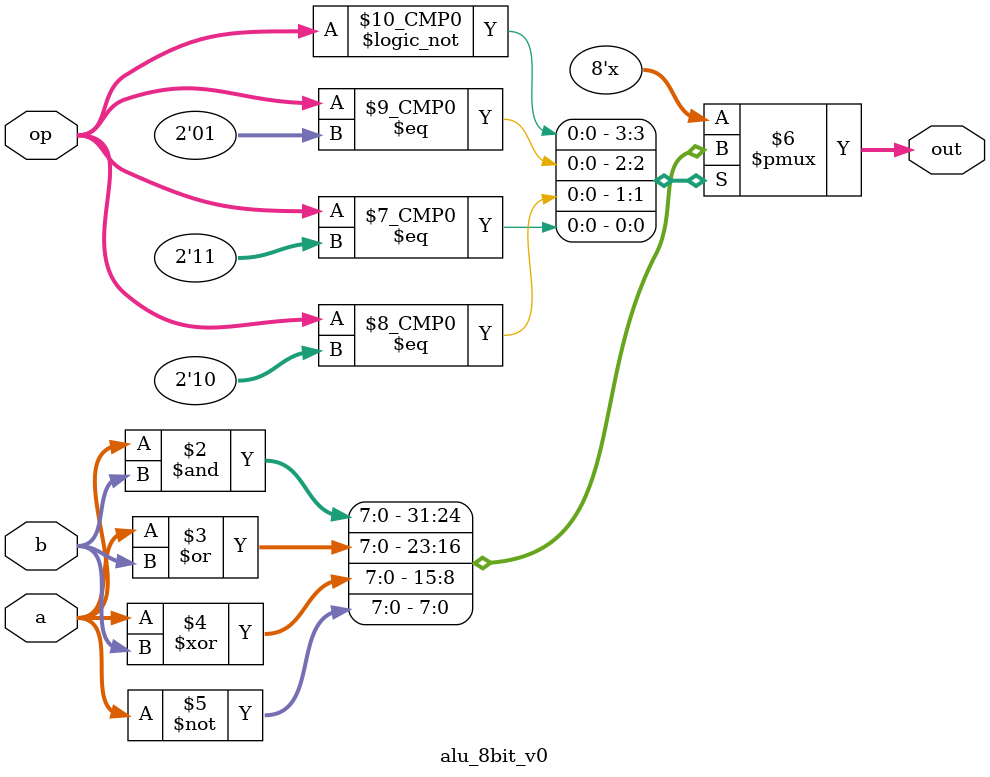
<source format=sv>
module alu_8bit_v0
  (input wire [7:0] a,
   input wire [7:0]  b,
   input wire [1:0]  op,
   output reg [7:0] out);

always @(*) begin
  case (op)
    2'b00: out = a&b;
    2'b01: out = a|b;
    2'b10: out = a^b;
    2'b11:out = ~a; 
    default: out = 0;
    endcase
end
endmodule

</source>
